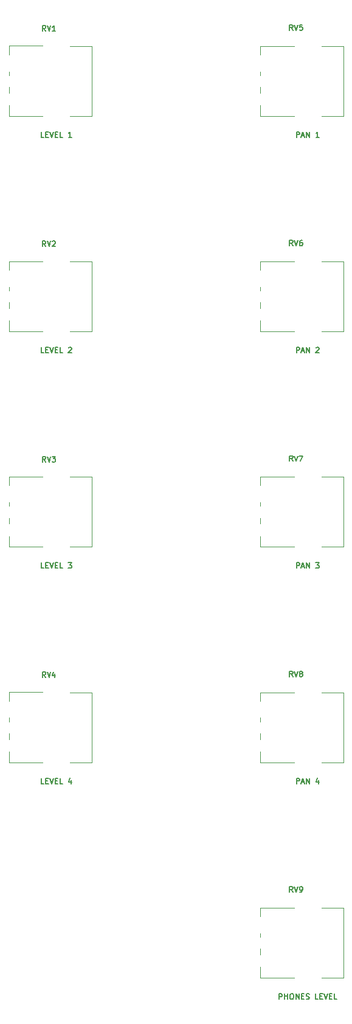
<source format=gbr>
%TF.GenerationSoftware,KiCad,Pcbnew,5.1.6-c6e7f7d~87~ubuntu20.04.1*%
%TF.CreationDate,2020-11-04T22:39:05-05:00*%
%TF.ProjectId,stereoout,73746572-656f-46f7-9574-2e6b69636164,rev?*%
%TF.SameCoordinates,Original*%
%TF.FileFunction,Legend,Top*%
%TF.FilePolarity,Positive*%
%FSLAX46Y46*%
G04 Gerber Fmt 4.6, Leading zero omitted, Abs format (unit mm)*
G04 Created by KiCad (PCBNEW 5.1.6-c6e7f7d~87~ubuntu20.04.1) date 2020-11-04 22:39:05*
%MOMM*%
%LPD*%
G01*
G04 APERTURE LIST*
%ADD10C,0.120000*%
%ADD11C,0.150000*%
G04 APERTURE END LIST*
D10*
%TO.C,RV6*%
X101970000Y-61870000D02*
X101970000Y-52130000D01*
X90380000Y-61870000D02*
X90380000Y-60380000D01*
X98910000Y-61870000D02*
X101970000Y-61870000D01*
X90380000Y-52130000D02*
X95100000Y-52130000D01*
X98910000Y-52130000D02*
X101970000Y-52130000D01*
X90380000Y-61870000D02*
X95100000Y-61870000D01*
X90380000Y-53310000D02*
X90380000Y-52130000D01*
X90380000Y-56210000D02*
X90380000Y-55680000D01*
X90380000Y-58660000D02*
X90380000Y-57830000D01*
%TO.C,RV7*%
X101970000Y-91870000D02*
X101970000Y-82130000D01*
X90380000Y-91870000D02*
X90380000Y-90380000D01*
X98910000Y-91870000D02*
X101970000Y-91870000D01*
X90380000Y-82130000D02*
X95100000Y-82130000D01*
X98910000Y-82130000D02*
X101970000Y-82130000D01*
X90380000Y-91870000D02*
X95100000Y-91870000D01*
X90380000Y-83310000D02*
X90380000Y-82130000D01*
X90380000Y-86210000D02*
X90380000Y-85680000D01*
X90380000Y-88660000D02*
X90380000Y-87830000D01*
%TO.C,RV9*%
X101970000Y-151870000D02*
X101970000Y-142130000D01*
X90380000Y-151870000D02*
X90380000Y-150380000D01*
X98910000Y-151870000D02*
X101970000Y-151870000D01*
X90380000Y-142130000D02*
X95100000Y-142130000D01*
X98910000Y-142130000D02*
X101970000Y-142130000D01*
X90380000Y-151870000D02*
X95100000Y-151870000D01*
X90380000Y-143310000D02*
X90380000Y-142130000D01*
X90380000Y-146210000D02*
X90380000Y-145680000D01*
X90380000Y-148660000D02*
X90380000Y-147830000D01*
%TO.C,RV1*%
X66970000Y-31870000D02*
X66970000Y-22130000D01*
X55380000Y-31870000D02*
X55380000Y-30380000D01*
X63910000Y-31870000D02*
X66970000Y-31870000D01*
X55380000Y-22120000D02*
X60100000Y-22120000D01*
X63910000Y-22130000D02*
X66970000Y-22130000D01*
X55380000Y-31870000D02*
X60100000Y-31870000D01*
X55380000Y-23310000D02*
X55380000Y-22130000D01*
X55380000Y-26210000D02*
X55380000Y-25680000D01*
X55380000Y-28660000D02*
X55380000Y-27830000D01*
%TO.C,RV2*%
X66970000Y-61870000D02*
X66970000Y-52130000D01*
X55380000Y-61870000D02*
X55380000Y-60380000D01*
X63910000Y-61870000D02*
X66970000Y-61870000D01*
X55380000Y-52120000D02*
X60100000Y-52120000D01*
X63910000Y-52130000D02*
X66970000Y-52130000D01*
X55380000Y-61870000D02*
X60100000Y-61870000D01*
X55380000Y-53310000D02*
X55380000Y-52130000D01*
X55380000Y-56210000D02*
X55380000Y-55680000D01*
X55380000Y-58660000D02*
X55380000Y-57830000D01*
%TO.C,RV5*%
X101970000Y-31870000D02*
X101970000Y-22130000D01*
X90380000Y-31870000D02*
X90380000Y-30380000D01*
X98910000Y-31870000D02*
X101970000Y-31870000D01*
X90380000Y-22130000D02*
X95100000Y-22130000D01*
X98910000Y-22130000D02*
X101970000Y-22130000D01*
X90380000Y-31870000D02*
X95100000Y-31870000D01*
X90380000Y-23310000D02*
X90380000Y-22130000D01*
X90380000Y-26210000D02*
X90380000Y-25680000D01*
X90380000Y-28660000D02*
X90380000Y-27830000D01*
%TO.C,RV4*%
X66970000Y-121870000D02*
X66970000Y-112130000D01*
X55380000Y-121870000D02*
X55380000Y-120380000D01*
X63910000Y-121870000D02*
X66970000Y-121870000D01*
X55380000Y-112120000D02*
X60100000Y-112120000D01*
X63910000Y-112130000D02*
X66970000Y-112130000D01*
X55380000Y-121870000D02*
X60100000Y-121870000D01*
X55380000Y-113310000D02*
X55380000Y-112130000D01*
X55380000Y-116210000D02*
X55380000Y-115680000D01*
X55380000Y-118660000D02*
X55380000Y-117830000D01*
%TO.C,RV8*%
X101970000Y-121870000D02*
X101970000Y-112130000D01*
X90380000Y-121870000D02*
X90380000Y-120380000D01*
X98910000Y-121870000D02*
X101970000Y-121870000D01*
X90380000Y-112130000D02*
X95100000Y-112130000D01*
X98910000Y-112130000D02*
X101970000Y-112130000D01*
X90380000Y-121870000D02*
X95100000Y-121870000D01*
X90380000Y-113310000D02*
X90380000Y-112130000D01*
X90380000Y-116210000D02*
X90380000Y-115680000D01*
X90380000Y-118660000D02*
X90380000Y-117830000D01*
%TO.C,RV3*%
X66970000Y-91870000D02*
X66970000Y-82130000D01*
X55380000Y-91870000D02*
X55380000Y-90380000D01*
X63910000Y-91870000D02*
X66970000Y-91870000D01*
X55380000Y-82120000D02*
X60100000Y-82120000D01*
X63910000Y-82130000D02*
X66970000Y-82130000D01*
X55380000Y-91870000D02*
X60100000Y-91870000D01*
X55380000Y-83310000D02*
X55380000Y-82130000D01*
X55380000Y-86210000D02*
X55380000Y-85680000D01*
X55380000Y-88660000D02*
X55380000Y-87830000D01*
%TO.C,RV6*%
D11*
X94923571Y-49939285D02*
X94673571Y-49582142D01*
X94495000Y-49939285D02*
X94495000Y-49189285D01*
X94780714Y-49189285D01*
X94852142Y-49225000D01*
X94887857Y-49260714D01*
X94923571Y-49332142D01*
X94923571Y-49439285D01*
X94887857Y-49510714D01*
X94852142Y-49546428D01*
X94780714Y-49582142D01*
X94495000Y-49582142D01*
X95137857Y-49189285D02*
X95387857Y-49939285D01*
X95637857Y-49189285D01*
X96209285Y-49189285D02*
X96066428Y-49189285D01*
X95995000Y-49225000D01*
X95959285Y-49260714D01*
X95887857Y-49367857D01*
X95852142Y-49510714D01*
X95852142Y-49796428D01*
X95887857Y-49867857D01*
X95923571Y-49903571D01*
X95995000Y-49939285D01*
X96137857Y-49939285D01*
X96209285Y-49903571D01*
X96245000Y-49867857D01*
X96280714Y-49796428D01*
X96280714Y-49617857D01*
X96245000Y-49546428D01*
X96209285Y-49510714D01*
X96137857Y-49475000D01*
X95995000Y-49475000D01*
X95923571Y-49510714D01*
X95887857Y-49546428D01*
X95852142Y-49617857D01*
X95446428Y-64839285D02*
X95446428Y-64089285D01*
X95732142Y-64089285D01*
X95803571Y-64125000D01*
X95839285Y-64160714D01*
X95875000Y-64232142D01*
X95875000Y-64339285D01*
X95839285Y-64410714D01*
X95803571Y-64446428D01*
X95732142Y-64482142D01*
X95446428Y-64482142D01*
X96160714Y-64625000D02*
X96517857Y-64625000D01*
X96089285Y-64839285D02*
X96339285Y-64089285D01*
X96589285Y-64839285D01*
X96839285Y-64839285D02*
X96839285Y-64089285D01*
X97267857Y-64839285D01*
X97267857Y-64089285D01*
X98160714Y-64160714D02*
X98196428Y-64125000D01*
X98267857Y-64089285D01*
X98446428Y-64089285D01*
X98517857Y-64125000D01*
X98553571Y-64160714D01*
X98589285Y-64232142D01*
X98589285Y-64303571D01*
X98553571Y-64410714D01*
X98125000Y-64839285D01*
X98589285Y-64839285D01*
%TO.C,RV7*%
X94923571Y-79939285D02*
X94673571Y-79582142D01*
X94495000Y-79939285D02*
X94495000Y-79189285D01*
X94780714Y-79189285D01*
X94852142Y-79225000D01*
X94887857Y-79260714D01*
X94923571Y-79332142D01*
X94923571Y-79439285D01*
X94887857Y-79510714D01*
X94852142Y-79546428D01*
X94780714Y-79582142D01*
X94495000Y-79582142D01*
X95137857Y-79189285D02*
X95387857Y-79939285D01*
X95637857Y-79189285D01*
X95816428Y-79189285D02*
X96316428Y-79189285D01*
X95995000Y-79939285D01*
X95446428Y-94839285D02*
X95446428Y-94089285D01*
X95732142Y-94089285D01*
X95803571Y-94125000D01*
X95839285Y-94160714D01*
X95875000Y-94232142D01*
X95875000Y-94339285D01*
X95839285Y-94410714D01*
X95803571Y-94446428D01*
X95732142Y-94482142D01*
X95446428Y-94482142D01*
X96160714Y-94625000D02*
X96517857Y-94625000D01*
X96089285Y-94839285D02*
X96339285Y-94089285D01*
X96589285Y-94839285D01*
X96839285Y-94839285D02*
X96839285Y-94089285D01*
X97267857Y-94839285D01*
X97267857Y-94089285D01*
X98125000Y-94089285D02*
X98589285Y-94089285D01*
X98339285Y-94375000D01*
X98446428Y-94375000D01*
X98517857Y-94410714D01*
X98553571Y-94446428D01*
X98589285Y-94517857D01*
X98589285Y-94696428D01*
X98553571Y-94767857D01*
X98517857Y-94803571D01*
X98446428Y-94839285D01*
X98232142Y-94839285D01*
X98160714Y-94803571D01*
X98125000Y-94767857D01*
%TO.C,RV9*%
X94923571Y-139939285D02*
X94673571Y-139582142D01*
X94495000Y-139939285D02*
X94495000Y-139189285D01*
X94780714Y-139189285D01*
X94852142Y-139225000D01*
X94887857Y-139260714D01*
X94923571Y-139332142D01*
X94923571Y-139439285D01*
X94887857Y-139510714D01*
X94852142Y-139546428D01*
X94780714Y-139582142D01*
X94495000Y-139582142D01*
X95137857Y-139189285D02*
X95387857Y-139939285D01*
X95637857Y-139189285D01*
X95923571Y-139939285D02*
X96066428Y-139939285D01*
X96137857Y-139903571D01*
X96173571Y-139867857D01*
X96245000Y-139760714D01*
X96280714Y-139617857D01*
X96280714Y-139332142D01*
X96245000Y-139260714D01*
X96209285Y-139225000D01*
X96137857Y-139189285D01*
X95995000Y-139189285D01*
X95923571Y-139225000D01*
X95887857Y-139260714D01*
X95852142Y-139332142D01*
X95852142Y-139510714D01*
X95887857Y-139582142D01*
X95923571Y-139617857D01*
X95995000Y-139653571D01*
X96137857Y-139653571D01*
X96209285Y-139617857D01*
X96245000Y-139582142D01*
X96280714Y-139510714D01*
X93035714Y-154839285D02*
X93035714Y-154089285D01*
X93321428Y-154089285D01*
X93392857Y-154125000D01*
X93428571Y-154160714D01*
X93464285Y-154232142D01*
X93464285Y-154339285D01*
X93428571Y-154410714D01*
X93392857Y-154446428D01*
X93321428Y-154482142D01*
X93035714Y-154482142D01*
X93785714Y-154839285D02*
X93785714Y-154089285D01*
X93785714Y-154446428D02*
X94214285Y-154446428D01*
X94214285Y-154839285D02*
X94214285Y-154089285D01*
X94714285Y-154089285D02*
X94857142Y-154089285D01*
X94928571Y-154125000D01*
X95000000Y-154196428D01*
X95035714Y-154339285D01*
X95035714Y-154589285D01*
X95000000Y-154732142D01*
X94928571Y-154803571D01*
X94857142Y-154839285D01*
X94714285Y-154839285D01*
X94642857Y-154803571D01*
X94571428Y-154732142D01*
X94535714Y-154589285D01*
X94535714Y-154339285D01*
X94571428Y-154196428D01*
X94642857Y-154125000D01*
X94714285Y-154089285D01*
X95357142Y-154839285D02*
X95357142Y-154089285D01*
X95785714Y-154839285D01*
X95785714Y-154089285D01*
X96142857Y-154446428D02*
X96392857Y-154446428D01*
X96500000Y-154839285D02*
X96142857Y-154839285D01*
X96142857Y-154089285D01*
X96500000Y-154089285D01*
X96785714Y-154803571D02*
X96892857Y-154839285D01*
X97071428Y-154839285D01*
X97142857Y-154803571D01*
X97178571Y-154767857D01*
X97214285Y-154696428D01*
X97214285Y-154625000D01*
X97178571Y-154553571D01*
X97142857Y-154517857D01*
X97071428Y-154482142D01*
X96928571Y-154446428D01*
X96857142Y-154410714D01*
X96821428Y-154375000D01*
X96785714Y-154303571D01*
X96785714Y-154232142D01*
X96821428Y-154160714D01*
X96857142Y-154125000D01*
X96928571Y-154089285D01*
X97107142Y-154089285D01*
X97214285Y-154125000D01*
X98464285Y-154839285D02*
X98107142Y-154839285D01*
X98107142Y-154089285D01*
X98714285Y-154446428D02*
X98964285Y-154446428D01*
X99071428Y-154839285D02*
X98714285Y-154839285D01*
X98714285Y-154089285D01*
X99071428Y-154089285D01*
X99285714Y-154089285D02*
X99535714Y-154839285D01*
X99785714Y-154089285D01*
X100035714Y-154446428D02*
X100285714Y-154446428D01*
X100392857Y-154839285D02*
X100035714Y-154839285D01*
X100035714Y-154089285D01*
X100392857Y-154089285D01*
X101071428Y-154839285D02*
X100714285Y-154839285D01*
X100714285Y-154089285D01*
%TO.C,RV1*%
X60503571Y-20039285D02*
X60253571Y-19682142D01*
X60075000Y-20039285D02*
X60075000Y-19289285D01*
X60360714Y-19289285D01*
X60432142Y-19325000D01*
X60467857Y-19360714D01*
X60503571Y-19432142D01*
X60503571Y-19539285D01*
X60467857Y-19610714D01*
X60432142Y-19646428D01*
X60360714Y-19682142D01*
X60075000Y-19682142D01*
X60717857Y-19289285D02*
X60967857Y-20039285D01*
X61217857Y-19289285D01*
X61860714Y-20039285D02*
X61432142Y-20039285D01*
X61646428Y-20039285D02*
X61646428Y-19289285D01*
X61575000Y-19396428D01*
X61503571Y-19467857D01*
X61432142Y-19503571D01*
X60285714Y-34839285D02*
X59928571Y-34839285D01*
X59928571Y-34089285D01*
X60535714Y-34446428D02*
X60785714Y-34446428D01*
X60892857Y-34839285D02*
X60535714Y-34839285D01*
X60535714Y-34089285D01*
X60892857Y-34089285D01*
X61107142Y-34089285D02*
X61357142Y-34839285D01*
X61607142Y-34089285D01*
X61857142Y-34446428D02*
X62107142Y-34446428D01*
X62214285Y-34839285D02*
X61857142Y-34839285D01*
X61857142Y-34089285D01*
X62214285Y-34089285D01*
X62892857Y-34839285D02*
X62535714Y-34839285D01*
X62535714Y-34089285D01*
X64107142Y-34839285D02*
X63678571Y-34839285D01*
X63892857Y-34839285D02*
X63892857Y-34089285D01*
X63821428Y-34196428D01*
X63750000Y-34267857D01*
X63678571Y-34303571D01*
%TO.C,RV2*%
X60503571Y-50039285D02*
X60253571Y-49682142D01*
X60075000Y-50039285D02*
X60075000Y-49289285D01*
X60360714Y-49289285D01*
X60432142Y-49325000D01*
X60467857Y-49360714D01*
X60503571Y-49432142D01*
X60503571Y-49539285D01*
X60467857Y-49610714D01*
X60432142Y-49646428D01*
X60360714Y-49682142D01*
X60075000Y-49682142D01*
X60717857Y-49289285D02*
X60967857Y-50039285D01*
X61217857Y-49289285D01*
X61432142Y-49360714D02*
X61467857Y-49325000D01*
X61539285Y-49289285D01*
X61717857Y-49289285D01*
X61789285Y-49325000D01*
X61825000Y-49360714D01*
X61860714Y-49432142D01*
X61860714Y-49503571D01*
X61825000Y-49610714D01*
X61396428Y-50039285D01*
X61860714Y-50039285D01*
X60285714Y-64839285D02*
X59928571Y-64839285D01*
X59928571Y-64089285D01*
X60535714Y-64446428D02*
X60785714Y-64446428D01*
X60892857Y-64839285D02*
X60535714Y-64839285D01*
X60535714Y-64089285D01*
X60892857Y-64089285D01*
X61107142Y-64089285D02*
X61357142Y-64839285D01*
X61607142Y-64089285D01*
X61857142Y-64446428D02*
X62107142Y-64446428D01*
X62214285Y-64839285D02*
X61857142Y-64839285D01*
X61857142Y-64089285D01*
X62214285Y-64089285D01*
X62892857Y-64839285D02*
X62535714Y-64839285D01*
X62535714Y-64089285D01*
X63678571Y-64160714D02*
X63714285Y-64125000D01*
X63785714Y-64089285D01*
X63964285Y-64089285D01*
X64035714Y-64125000D01*
X64071428Y-64160714D01*
X64107142Y-64232142D01*
X64107142Y-64303571D01*
X64071428Y-64410714D01*
X63642857Y-64839285D01*
X64107142Y-64839285D01*
%TO.C,RV5*%
X94923571Y-19939285D02*
X94673571Y-19582142D01*
X94495000Y-19939285D02*
X94495000Y-19189285D01*
X94780714Y-19189285D01*
X94852142Y-19225000D01*
X94887857Y-19260714D01*
X94923571Y-19332142D01*
X94923571Y-19439285D01*
X94887857Y-19510714D01*
X94852142Y-19546428D01*
X94780714Y-19582142D01*
X94495000Y-19582142D01*
X95137857Y-19189285D02*
X95387857Y-19939285D01*
X95637857Y-19189285D01*
X96245000Y-19189285D02*
X95887857Y-19189285D01*
X95852142Y-19546428D01*
X95887857Y-19510714D01*
X95959285Y-19475000D01*
X96137857Y-19475000D01*
X96209285Y-19510714D01*
X96245000Y-19546428D01*
X96280714Y-19617857D01*
X96280714Y-19796428D01*
X96245000Y-19867857D01*
X96209285Y-19903571D01*
X96137857Y-19939285D01*
X95959285Y-19939285D01*
X95887857Y-19903571D01*
X95852142Y-19867857D01*
X95446428Y-34839285D02*
X95446428Y-34089285D01*
X95732142Y-34089285D01*
X95803571Y-34125000D01*
X95839285Y-34160714D01*
X95875000Y-34232142D01*
X95875000Y-34339285D01*
X95839285Y-34410714D01*
X95803571Y-34446428D01*
X95732142Y-34482142D01*
X95446428Y-34482142D01*
X96160714Y-34625000D02*
X96517857Y-34625000D01*
X96089285Y-34839285D02*
X96339285Y-34089285D01*
X96589285Y-34839285D01*
X96839285Y-34839285D02*
X96839285Y-34089285D01*
X97267857Y-34839285D01*
X97267857Y-34089285D01*
X98589285Y-34839285D02*
X98160714Y-34839285D01*
X98375000Y-34839285D02*
X98375000Y-34089285D01*
X98303571Y-34196428D01*
X98232142Y-34267857D01*
X98160714Y-34303571D01*
%TO.C,RV4*%
X60503571Y-110039285D02*
X60253571Y-109682142D01*
X60075000Y-110039285D02*
X60075000Y-109289285D01*
X60360714Y-109289285D01*
X60432142Y-109325000D01*
X60467857Y-109360714D01*
X60503571Y-109432142D01*
X60503571Y-109539285D01*
X60467857Y-109610714D01*
X60432142Y-109646428D01*
X60360714Y-109682142D01*
X60075000Y-109682142D01*
X60717857Y-109289285D02*
X60967857Y-110039285D01*
X61217857Y-109289285D01*
X61789285Y-109539285D02*
X61789285Y-110039285D01*
X61610714Y-109253571D02*
X61432142Y-109789285D01*
X61896428Y-109789285D01*
X60285714Y-124839285D02*
X59928571Y-124839285D01*
X59928571Y-124089285D01*
X60535714Y-124446428D02*
X60785714Y-124446428D01*
X60892857Y-124839285D02*
X60535714Y-124839285D01*
X60535714Y-124089285D01*
X60892857Y-124089285D01*
X61107142Y-124089285D02*
X61357142Y-124839285D01*
X61607142Y-124089285D01*
X61857142Y-124446428D02*
X62107142Y-124446428D01*
X62214285Y-124839285D02*
X61857142Y-124839285D01*
X61857142Y-124089285D01*
X62214285Y-124089285D01*
X62892857Y-124839285D02*
X62535714Y-124839285D01*
X62535714Y-124089285D01*
X64035714Y-124339285D02*
X64035714Y-124839285D01*
X63857142Y-124053571D02*
X63678571Y-124589285D01*
X64142857Y-124589285D01*
%TO.C,RV8*%
X94923571Y-109939285D02*
X94673571Y-109582142D01*
X94495000Y-109939285D02*
X94495000Y-109189285D01*
X94780714Y-109189285D01*
X94852142Y-109225000D01*
X94887857Y-109260714D01*
X94923571Y-109332142D01*
X94923571Y-109439285D01*
X94887857Y-109510714D01*
X94852142Y-109546428D01*
X94780714Y-109582142D01*
X94495000Y-109582142D01*
X95137857Y-109189285D02*
X95387857Y-109939285D01*
X95637857Y-109189285D01*
X95995000Y-109510714D02*
X95923571Y-109475000D01*
X95887857Y-109439285D01*
X95852142Y-109367857D01*
X95852142Y-109332142D01*
X95887857Y-109260714D01*
X95923571Y-109225000D01*
X95995000Y-109189285D01*
X96137857Y-109189285D01*
X96209285Y-109225000D01*
X96245000Y-109260714D01*
X96280714Y-109332142D01*
X96280714Y-109367857D01*
X96245000Y-109439285D01*
X96209285Y-109475000D01*
X96137857Y-109510714D01*
X95995000Y-109510714D01*
X95923571Y-109546428D01*
X95887857Y-109582142D01*
X95852142Y-109653571D01*
X95852142Y-109796428D01*
X95887857Y-109867857D01*
X95923571Y-109903571D01*
X95995000Y-109939285D01*
X96137857Y-109939285D01*
X96209285Y-109903571D01*
X96245000Y-109867857D01*
X96280714Y-109796428D01*
X96280714Y-109653571D01*
X96245000Y-109582142D01*
X96209285Y-109546428D01*
X96137857Y-109510714D01*
X95446428Y-124839285D02*
X95446428Y-124089285D01*
X95732142Y-124089285D01*
X95803571Y-124125000D01*
X95839285Y-124160714D01*
X95875000Y-124232142D01*
X95875000Y-124339285D01*
X95839285Y-124410714D01*
X95803571Y-124446428D01*
X95732142Y-124482142D01*
X95446428Y-124482142D01*
X96160714Y-124625000D02*
X96517857Y-124625000D01*
X96089285Y-124839285D02*
X96339285Y-124089285D01*
X96589285Y-124839285D01*
X96839285Y-124839285D02*
X96839285Y-124089285D01*
X97267857Y-124839285D01*
X97267857Y-124089285D01*
X98517857Y-124339285D02*
X98517857Y-124839285D01*
X98339285Y-124053571D02*
X98160714Y-124589285D01*
X98625000Y-124589285D01*
%TO.C,RV3*%
X60503571Y-80039285D02*
X60253571Y-79682142D01*
X60075000Y-80039285D02*
X60075000Y-79289285D01*
X60360714Y-79289285D01*
X60432142Y-79325000D01*
X60467857Y-79360714D01*
X60503571Y-79432142D01*
X60503571Y-79539285D01*
X60467857Y-79610714D01*
X60432142Y-79646428D01*
X60360714Y-79682142D01*
X60075000Y-79682142D01*
X60717857Y-79289285D02*
X60967857Y-80039285D01*
X61217857Y-79289285D01*
X61396428Y-79289285D02*
X61860714Y-79289285D01*
X61610714Y-79575000D01*
X61717857Y-79575000D01*
X61789285Y-79610714D01*
X61825000Y-79646428D01*
X61860714Y-79717857D01*
X61860714Y-79896428D01*
X61825000Y-79967857D01*
X61789285Y-80003571D01*
X61717857Y-80039285D01*
X61503571Y-80039285D01*
X61432142Y-80003571D01*
X61396428Y-79967857D01*
X60285714Y-94839285D02*
X59928571Y-94839285D01*
X59928571Y-94089285D01*
X60535714Y-94446428D02*
X60785714Y-94446428D01*
X60892857Y-94839285D02*
X60535714Y-94839285D01*
X60535714Y-94089285D01*
X60892857Y-94089285D01*
X61107142Y-94089285D02*
X61357142Y-94839285D01*
X61607142Y-94089285D01*
X61857142Y-94446428D02*
X62107142Y-94446428D01*
X62214285Y-94839285D02*
X61857142Y-94839285D01*
X61857142Y-94089285D01*
X62214285Y-94089285D01*
X62892857Y-94839285D02*
X62535714Y-94839285D01*
X62535714Y-94089285D01*
X63642857Y-94089285D02*
X64107142Y-94089285D01*
X63857142Y-94375000D01*
X63964285Y-94375000D01*
X64035714Y-94410714D01*
X64071428Y-94446428D01*
X64107142Y-94517857D01*
X64107142Y-94696428D01*
X64071428Y-94767857D01*
X64035714Y-94803571D01*
X63964285Y-94839285D01*
X63750000Y-94839285D01*
X63678571Y-94803571D01*
X63642857Y-94767857D01*
%TD*%
M02*

</source>
